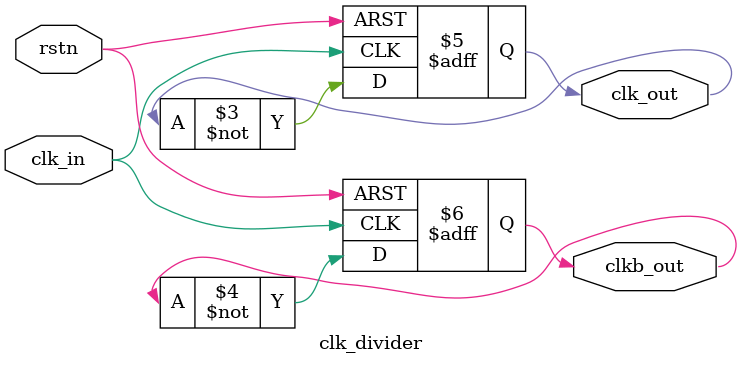
<source format=v>
module clk_divider(/*AUTOARG*/
   // Outputs
   clk_out, clkb_out,
   // Inputs
   rstn, clk_in
   );

   input rstn;
   input clk_in;
   output clk_out;
   output clkb_out;

   reg 	 clk_out;
   reg   clkb_out;
   
   always @(posedge clk_in or negedge rstn) begin
      if (rstn == 1'b0) begin
	 clk_out <= 1'b0;
         clkb_out <= 1'b1;
      end
      else begin
	 clk_out <= ~clk_out;
	 clkb_out <= ~clkb_out;
      end
   end
   
endmodule   


   
</source>
